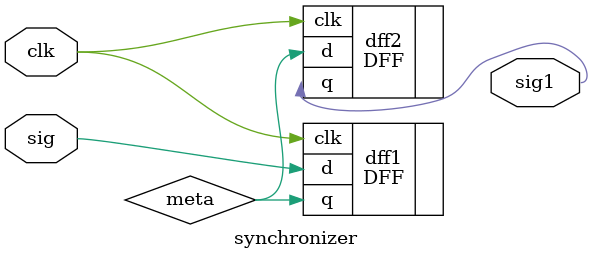
<source format=v>
`timescale 1ns / 1ps

module synchronizer(
    input clk, sig,
    output sig1
    );
    wire meta;
    
    DFF dff1(.clk(clk), .d(sig), .q(meta));
    DFF dff2(.clk(clk), .d(meta), .q(sig1));
endmodule


</source>
